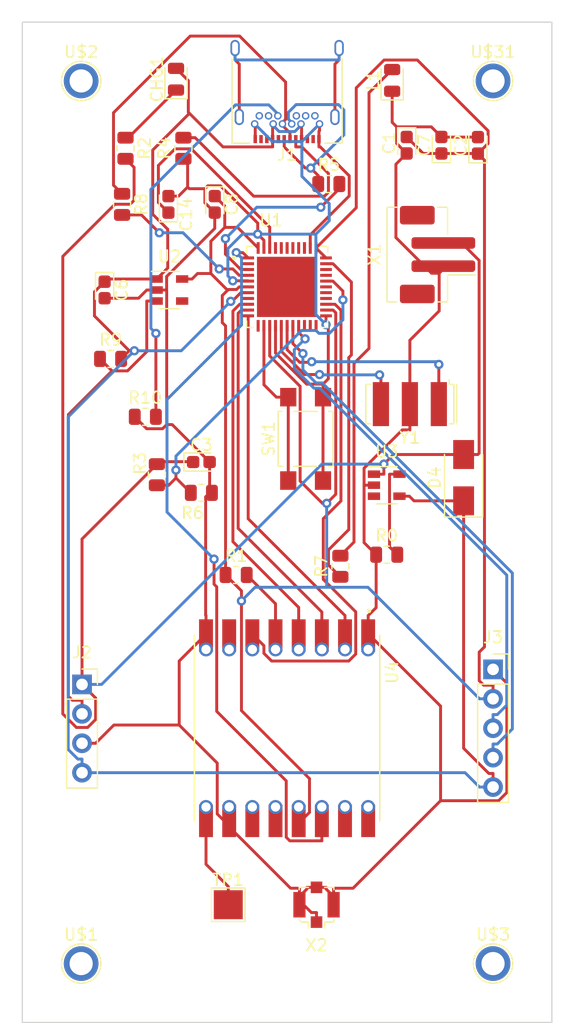
<source format=kicad_pcb>
(kicad_pcb (version 20211014) (generator pcbnew)
  (layers (0 "F.Cu" signal) (31 "B.Cu" signal) (34 "B.Paste" user) (35 "F.Paste" user) (36 "B.SilkS" user "B.Silkscreen") (37 "F.SilkS" user "F.Silkscreen") (38 "B.Mask" user) (39 "F.Mask" user) (44 "Edge.Cuts" user))
  (net 0 "")
  (net 1 "+3V3")
  (net 2 "GND")
  (net 3 "VBAT")
  (net 4 "VBUS")
  (net 5 "/AREF")
  (net 6 "Net-(CHG1-Pad1)")
  (net 7 "unconnected-(J1-PadS1)")
  (net 8 "/CC1")
  (net 9 "Net-(J1-PadA6)")
  (net 10 "Net-(J1-PadA7)")
  (net 12 "/CC2")
  (net 14 "Net-(R0-Pad2)")
  (net 15 "Net-(TP1-Pad1)")
  (net 17 "/MISO")
  (net 18 "/MOSI")
  (net 19 "/SCK")
  (net 20 "Net-(U1-Pad16)")
  (net 21 "Net-(U1-Pad17)")
  (net 22 "/SCL")
  (net 23 "/SDA")
  (net 26 "/RST")
  (net 27 "/EN")
  (net 28 "/13")
  (net 32 "/9")
  (net 37 "Net-(L1-Pad2)")
  (net 39 "/D8_CS")
  (net 41 "/D-")
  (net 42 "/D+")
  (net 44 "/DZ_IRQ")
  (net 50 "/D4_RST")
  (footprint "Connector_Coaxial:U.FL_Molex_MCRF_73412-0110_Vertical" (layer "F.Cu") (at 154.94 109.22)
    (fp_text reference "X2")
    (fp_text value "ANTENNA_U.FL")
  )
  (footprint "Capacitor_Tantalum_SMD:CP_EIA-1608-08_AVX-J" (layer "F.Cu") (at 142.155 48.7554 90)
    (fp_text reference "C14")
    (fp_text value "1 uF")
  )
  (footprint "Resistor_SMD:R_0805_2012Metric" (layer "F.Cu") (at 157 80 90)
    (fp_text reference "R7")
    (fp_text value "2.2K")
  )
  (footprint "Resistor_SMD:R_0805_2012Metric" (layer "F.Cu") (at 156 47)
    (fp_text reference "R5")
    (fp_text value "22")
  )
  (footprint "TestPoint:TestPoint_Pad_2.5x2.5mm" (layer "F.Cu") (at 147.32 109.22)
    (fp_text reference "TP1")
    (fp_text value "ANT")
  )
  (footprint "TestPoint:TestPoint_Plated_Hole_D2.0mm" (layer "F.Cu") (at 170.18 38.1)
    (fp_text reference "U$31")
    (fp_text value "MOUNTINGHOLE2.5")
  )
  (footprint "Resistor_SMD:R_0805_2012Metric" (layer "F.Cu") (at 145 73.66)
    (fp_text reference "R6")
    (fp_text value "10k")
  )
  (footprint "Resistor_SMD:R_0805_2012Metric" (layer "F.Cu") (at 161 79)
    (fp_text reference "R0")
    (fp_text value "2K")
  )
  (footprint "Capacitor_Tantalum_SMD:CP_EIA-1608-08_AVX-J" (layer "F.Cu") (at 136.645 56.145 -90)
    (fp_text reference "C6")
    (fp_text value "10 uF")
  )
  (footprint "Capacitor_Tantalum_SMD:CP_EIA-1608-08_AVX-J" (layer "F.Cu") (at 145 71)
    (fp_text reference "C3")
    (fp_text value "10 uF")
  )
  (footprint "Resistor_SMD:R_0805_2012Metric" (layer "F.Cu") (at 138.155 48.7554 -90)
    (fp_text reference "R8")
    (fp_text value "22")
  )
  (footprint "Connector_PinSocket_2.54mm:PinSocket_1x04_P2.54mm_Vertical" (layer "F.Cu") (at 134.695 90.2)
    (fp_text reference "J2")
    (fp_text value "Conn_01x04")
  )
  (footprint "Package_TO_SOT_SMD:SOT-23-5" (layer "F.Cu") (at 161 73)
    (fp_text reference "U3")
    (fp_text value "MCP73831-2-OT")
  )
  (footprint "Package_TO_SOT_SMD:SOT-23-5" (layer "F.Cu") (at 142.24 56.15)
    (fp_text reference "U2")
    (fp_text value "AP2112K-3.3")
  )
  (footprint "Connector_PinSocket_2.54mm:PinSocket_1x05_P2.54mm_Vertical" (layer "F.Cu") (at 170.18 88.9)
    (fp_text reference "J3")
    (fp_text value "Conn_01x05")
  )
  (footprint "Capacitor_Tantalum_SMD:CP_EIA-1608-08_AVX-J" (layer "F.Cu") (at 162.725 43.65 -90)
    (fp_text reference "C1")
    (fp_text value "10 uF")
  )
  (footprint "Connector_USB:USB_C_Receptacle_Amphenol_12401548E4-2A" (layer "F.Cu") (at 152.4 38.1 180)
    (fp_text reference "J1")
    (fp_text value "USB_C_Receptacle_USB2.0")
  )
  (footprint "Resistor_SMD:R_0805_2012Metric" (layer "F.Cu") (at 137.16 62.095)
    (fp_text reference "R9")
    (fp_text value "100k")
  )
  (footprint "TestPoint:TestPoint_Plated_Hole_D2.0mm" (layer "F.Cu") (at 134.62 38.1)
    (fp_text reference "U$2")
    (fp_text value "MOUNTINGHOLE2.5")
  )
  (footprint "Crystal:Resonator_SMD-3Pin_7.2x3.0mm" (layer "F.Cu") (at 163 66 180)
    (fp_text reference "Y1")
    (fp_text value "8MHz Crystal")
  )
  (footprint "Resistor_SMD:R_0805_2012Metric" (layer "F.Cu") (at 143.45 43.9109 90)
    (fp_text reference "R4")
    (fp_text value "5.1K")
  )
  (footprint "TestPoint:TestPoint_Plated_Hole_D2.0mm" (layer "F.Cu") (at 170.18 114.3)
    (fp_text reference "U$3")
    (fp_text value "MOUNTINGHOLE2.5")
  )
  (footprint "Resistor_SMD:R_0805_2012Metric" (layer "F.Cu") (at 138.45 43.9109 -90)
    (fp_text reference "R2")
    (fp_text value "1K")
  )
  (footprint "Button_Switch_SMD:SW_SPST_TL3305A" (layer "F.Cu") (at 154 69 90)
    (fp_text reference "SW1")
    (fp_text value "SPST_TACT-KMR2")
  )
  (footprint "Diode_SMD:D_0805_2012Metric" (layer "F.Cu") (at 142.81 37.95 90)
    (fp_text reference "CHG1")
    (fp_text value "Orange")
  )
  (footprint "Resistor_SMD:R_0805_2012Metric" (layer "F.Cu") (at 141.16 72.095 -90)
    (fp_text reference "R3")
    (fp_text value "10k")
  )
  (footprint "Capacitor_Tantalum_SMD:CP_EIA-1608-08_AVX-J" (layer "F.Cu") (at 168.875 43.6625 90)
    (fp_text reference "C2")
    (fp_text value "1 uF")
  )
  (footprint "Capacitor_Tantalum_SMD:CP_EIA-1608-08_AVX-J" (layer "F.Cu") (at 165.725 43.65 90)
    (fp_text reference "C7")
    (fp_text value "1 uF")
  )
  (footprint "Connector_JST:JST_PH_B2B-PH-SM4-TB_1x02-1MP_P2.00mm_Vertical" (layer "F.Cu") (at 165.39 53.09 90)
    (fp_text reference "X1")
    (fp_text value "JSTPH")
  )
  (footprint "Diode_SMD:D_SMA" (layer "F.Cu") (at 167.64 72.3521 90)
    (fp_text reference "D4")
    (fp_text value "MBR120")
  )
  (footprint "Capacitor_Tantalum_SMD:CP_EIA-1608-08_AVX-J" (layer "F.Cu") (at 146.155 48.7554 -90)
    (fp_text reference "C8")
    (fp_text value "10 uF")
  )
  (footprint "Diode_SMD:D_0805_2012Metric" (layer "F.Cu") (at 161.47 38.0525 90)
    (fp_text reference "L1")
    (fp_text value "RED")
  )
  (footprint "RF_LoRa:XCVR_RFM98W-433S2" (layer "F.Cu") (at 152.4 93.98 -90)
    (fp_text reference "U4")
    (fp_text value "RFM69HCW")
  )
  (footprint "Resistor_SMD:R_0805_2012Metric" (layer "F.Cu") (at 140.16 67.095)
    (fp_text reference "R10")
    (fp_text value "5.1K")
  )
  (footprint "TestPoint:TestPoint_Plated_Hole_D2.0mm" (layer "F.Cu") (at 134.62 114.3)
    (fp_text reference "U$1")
    (fp_text value "MOUNTINGHOLE2.5")
  )
  (footprint "Resistor_SMD:R_0805_2012Metric" (layer "F.Cu") (at 148 80.75)
    (fp_text reference "R1")
    (fp_text value "100k")
  )
  (footprint "atmega:QFN50P700X700X100-45N" (layer "F.Cu") (at 152.4 55.88)
    (fp_text reference "U1")
    (fp_text value "ATMEGA32U4-MU")
  )
  (gr_rect (start 129.54 33.02) (end 175.26 119.38) (layer "Edge.Cuts") (width 0.1) (fill none))
  (segment (start 156.3699 57.88) (end 156.6006 58.1107) (width 0.25) (layer "F.Cu") (net 1))
  (segment (start 168.875 44.375) (end 168.8625 44.3625) (width 0.25) (layer "F.Cu") (net 1))
  (segment (start 158.3697 38.6994) (end 158.3697 49.0503) (width 0.25) (layer "F.Cu") (net 1))
  (segment (start 169.4407 86.9569) (end 169.4407 44.9407) (width 0.25) (layer "F.Cu") (net 1))
  (segment (start 148.4601 92.4607) (end 154.3342 98.3348) (width 0.25) (layer "F.Cu") (net 1))
  (segment (start 154.3342 101.2459) (end 153.6001 101.98) (width 0.25) (layer "F.Cu") (net 1))
  (segment (start 168.8625 44.3625) (end 165.725 44.3625) (width 0.25) (layer "F.Cu") (net 1))
  (segment (start 148.2646 55.88) (end 148.0395 56.1051) (width 0.25) (layer "F.Cu") (net 1))
  (segment (start 145.8167 54.7248) (end 147.2626 56.1706) (width 0.25) (layer "F.Cu") (net 1))
  (segment (start 169.4407 44.9407) (end 168.875 44.375) (width 0.25) (layer "F.Cu") (net 1))
  (segment (start 168.9864 89.8792) (end 168.9864 87.4112) (width 0.25) (layer "F.Cu") (net 1))
  (segment (start 145.8167 51.9463) (end 145.8167 54.7248) (width 0.25) (layer "F.Cu") (net 1))
  (segment (start 170.18 90.2649) (end 169.3721 90.2649) (width 0.25) (layer "F.Cu") (net 1))
  (segment (start 155.4492 74.5665) (end 153.5252 72.6425) (width 0.25) (layer "F.Cu") (net 1))
  (segment (start 147.0875 59.2468) (end 147.0875 80.75) (width 0.25) (layer "F.Cu") (net 1))
  (segment (start 155.76 57.88) (end 156.3699 57.88) (width 0.25) (layer "F.Cu") (net 1))
  (segment (start 168.9864 87.4112) (end 169.4407 86.9569) (width 0.25) (layer "F.Cu") (net 1))
  (segment (start 146.155 48.0429) (end 147.019 48.9069) (width 0.25) (layer "F.Cu") (net 1))
  (segment (start 148.4601 82.1226) (end 148.4601 82.9896) (width 0.25) (layer "F.Cu") (net 1))
  (segment (start 165.725 44.3625) (end 164.15 44.3625) (width 0.25) (layer "F.Cu") (net 1))
  (segment (start 169.7543 42.4014) (end 163.647 36.2941) (width 0.25) (layer "F.Cu") (net 1))
  (segment (start 153.5252 72.6425) (end 153.5252 64.4655) (width 0.25) (layer "F.Cu") (net 1))
  (segment (start 147.019 50.744) (end 145.8167 51.9463) (width 0.25) (layer "F.Cu") (net 1))
  (segment (start 154.9 52.52) (end 155.76 53.38) (width 0.25) (layer "F.Cu") (net 1))
  (segment (start 148.4601 82.9896) (end 148.4601 92.4607) (width 0.25) (layer "F.Cu") (net 1))
  (segment (start 156.6006 73.7857) (end 155.8198 74.5665) (width 0.25) (layer "F.Cu") (net 1))
  (segment (start 146.8036 56.6296) (end 146.8036 58.9629) (width 0.25) (layer "F.Cu") (net 1))
  (segment (start 168.875 44.375) (end 169.7543 43.4957) (width 0.25) (layer "F.Cu") (net 1))
  (segment (start 149.04 55.88) (end 148.2646 55.88) (width 0.25) (layer "F.Cu") (net 1))
  (segment (start 148.124 50.744) (end 147.019 50.744) (width 0.25) (layer "F.Cu") (net 1))
  (segment (start 156.6006 58.1107) (end 156.6006 73.7857) (width 0.25) (layer "F.Cu") (net 1))
  (segment (start 144.6703 54.7248) (end 144.1951 55.2) (width 0.25) (layer "F.Cu") (net 1))
  (segment (start 145.8167 54.7248) (end 144.6703 54.7248) (width 0.25) (layer "F.Cu") (net 1))
  (segment (start 154.3342 98.3348) (end 154.3342 101.2459) (width 0.25) (layer "F.Cu") (net 1))
  (segment (start 153.6001 101.98) (end 153.4 101.98) (width 0.25) (layer "F.Cu") (net 1))
  (segment (start 169.7543 43.4957) (end 169.7543 42.4014) (width 0.25) (layer "F.Cu") (net 1))
  (segment (start 147.2626 56.1706) (end 146.8036 56.6296) (width 0.25) (layer "F.Cu") (net 1))
  (segment (start 146.8036 58.9629) (end 147.0875 59.2468) (width 0.25) (layer "F.Cu") (net 1))
  (segment (start 170.18 91.44) (end 170.18 90.2649) (width 0.25) (layer "F.Cu") (net 1))
  (segment (start 169.3721 90.2649) (end 168.9864 89.8792) (width 0.25) (layer "F.Cu") (net 1))
  (segment (start 163.647 36.2941) (end 160.775 36.2941) (width 0.25) (layer "F.Cu") (net 1))
  (segment (start 149.9 52.52) (end 148.124 50.744) (width 0.25) (layer "F.Cu") (net 1))
  (segment (start 153.5252 64.4655) (end 150.9 61.8403) (width 0.25) (layer "F.Cu") (net 1))
  (segment (start 158.3697 49.0503) (end 154.9 52.52) (width 0.25) (layer "F.Cu") (net 1))
  (segment (start 147.0875 80.75) (end 148.4601 82.1226) (width 0.25) (layer "F.Cu") (net 1))
  (segment (start 164.15 44.3625) (end 162.725 42.9375) (width 0.25) (layer "F.Cu") (net 1))
  (segment (start 150.9 61.8403) (end 150.9 59.24) (width 0.25) (layer "F.Cu") (net 1))
  (segment (start 147.019 48.9069) (end 147.019 50.744) (width 0.25) (layer "F.Cu") (net 1))
  (segment (start 160.775 36.2941) (end 158.3697 38.6994) (width 0.25) (layer "F.Cu") (net 1))
  (segment (start 155.8198 74.5665) (end 155.4492 74.5665) (width 0.25) (layer "F.Cu") (net 1))
  (segment (start 147.3281 56.1051) (end 147.2626 56.1706) (width 0.25) (layer "F.Cu") (net 1))
  (segment (start 143.34 55.2) (end 144.1951 55.2) (width 0.25) (layer "F.Cu") (net 1))
  (segment (start 148.0395 56.1051) (end 147.3281 56.1051) (width 0.25) (layer "F.Cu") (net 1))
  (via (at 148.4601 82.9896) (size 0.8) (drill 0.4) (layers "F.Cu" "B.Cu") (net 1))
  (via (at 155.8198 74.5665) (size 0.8) (drill 0.4) (layers "F.Cu" "B.Cu") (net 1))
  (segment (start 155.8198 81.8133) (end 149.6364 81.8133) (width 0.25) (layer "B.Cu") (net 1))
  (segment (start 170.18 91.44) (end 169.0049 91.44) (width 0.25) (layer "B.Cu") (net 1))
  (segment (start 149.6364 81.8133) (end 148.4601 82.9896) (width 0.25) (layer "B.Cu") (net 1))
  (segment (start 159.3782 81.8133) (end 155.8198 81.8133) (width 0.25) (layer "B.Cu") (net 1))
  (segment (start 155.8198 81.8133) (end 155.8198 74.5665) (width 0.25) (layer "B.Cu") (net 1))
  (segment (start 169.0049 91.44) (end 159.3782 81.8133) (width 0.25) (layer "B.Cu") (net 1))
  (segment (start 141.14 56.15) (end 140.2849 56.15) (width 0.25) (layer "F.Cu") (net 2))
  (segment (start 137.4446 93.7055) (end 143.0853 93.7055) (width 0.25) (layer "F.Cu") (net 2))
  (segment (start 161.47 41.672) (end 161.8622 42.0642) (width 0.25) (layer "F.Cu") (net 2))
  (segment (start 159.0449 71.5317) (end 162.3515 68.2251) (width 0.25) (layer "F.Cu") (net 2))
  (segment (start 165.6501 100.2408) (end 165.6501 92.0726) (width 0.25) (layer "F.Cu") (net 2))
  (segment (start 154.4962 109.8949) (end 154.94 109.8949) (width 0.25) (layer "F.Cu") (net 2))
  (segment (start 146.3674 101.3786) (end 147.4 102.4112) (width 0.25) (layer "F.Cu") (net 2))
  (segment (start 159.4 85.98) (end 159.4 84.2549) (width 0.25) (layer "F.Cu") (net 2))
  (segment (start 154.0841 64.2749) (end 151.4 61.5908) (width 0.25) (layer "F.Cu") (net 2))
  (segment (start 153.465 108.8637) (end 154.4962 109.8949) (width 0.25) (layer "F.Cu") (net 2))
  (segment (start 141.6485 68.125) (end 142.0065 67.767) (width 0.25) (layer "F.Cu") (net 2))
  (segment (start 165.6501 100.2408) (end 158.096 107.7949) (width 0.25) (layer "F.Cu") (net 2))
  (segment (start 147.4 102.4956) (end 152.6993 107.7949) (width 0.25) (layer "F.Cu") (net 2))
  (segment (start 161.8622 42.0642) (end 164.8517 42.0642) (width 0.25) (layer "F.Cu") (net 2))
  (segment (start 154.94 107.72) (end 155.7651 107.72) (width 0.25) (layer "F.Cu") (net 2))
  (segment (start 145.7125 73.66) (end 145.9125 73.66) (width 0.25) (layer "F.Cu") (net 2))
  (segment (start 153.465 109.22) (end 153.465 108.8637) (width 0.25) (layer "F.Cu") (net 2))
  (segment (start 157.7619 46.2882) (end 157.7619 48.0303) (width 0.25) (layer "F.Cu") (net 2))
  (segment (start 142.0008 56.15) (end 141.9951 56.15) (width 0.25) (layer "F.Cu") (net 2))
  (segment (start 163 66) (end 163 68.2251) (width 0.25) (layer "F.Cu") (net 2))
  (segment (start 154.4 51.3922) (end 154.4 52.52) (width 0.25) (layer "F.Cu") (net 2))
  (segment (start 161.8622 43.4997) (end 161.8622 42.0642) (width 0.25) (layer "F.Cu") (net 2))
  (segment (start 146.3674 96.9876) (end 146.3674 101.3786) (width 0.25) (layer "F.Cu") (net 2))
  (segment (start 134.695 95.28) (end 135.8701 95.28) (width 0.25) (layer "F.Cu") (net 2))
  (segment (start 161.7947 51.6202) (end 161.7947 45.2928) (width 0.25) (layer "F.Cu") (net 2))
  (segment (start 154.1149 107.8575) (end 154.1149 107.72) (width 0.25) (layer "F.Cu") (net 2))
  (segment (start 164.8759 54.7014) (end 161.7947 51.6202) (width 0.25) (layer "F.Cu") (net 2))
  (segment (start 142.0065 67.767) (end 142.0065 56.1557) (width 0.25) (layer "F.Cu") (net 2))
  (segment (start 146.155 50.8326) (end 142.0008 54.9868) (width 0.25) (layer "F.Cu") (net 2))
  (segment (start 147.4 101.98) (end 147.4 102.4112) (width 0.25) (layer "F.Cu") (net 2))
  (segment (start 143.0853 88.1797) (end 145.285 85.98) (width 0.25) (layer "F.Cu") (net 2))
  (segment (start 139.5774 56.8575) (end 140.2849 56.15) (width 0.25) (layer "F.Cu") (net 2))
  (segment (start 139.2475 67.095) (end 140.2775 68.125) (width 0.25) (layer "F.Cu") (net 2))
  (segment (start 143.8128 45.1862) (end 143.8128 47.2594) (width 0.25) (layer "F.Cu") (net 2))
  (segment (start 160.0875 83.5674) (end 159.4 84.2549) (width 0.25) (layer "F.Cu") (net 2))
  (segment (start 171.3695 99.5326) (end 170.6613 100.2408) (width 0.25) (layer "F.Cu") (net 2))
  (segment (start 154.94 107.72) (end 154.1149 107.72) (width 0.25) (layer "F.Cu") (net 2))
  (segment (start 159.0449 73) (end 159.0449 71.5317) (width 0.25) (layer "F.Cu") (net 2))
  (segment (start 165.6501 92.0726) (end 159.5575 85.98) (width 0.25) (layer "F.Cu") (net 2))
  (segment (start 155.2688 43.7951) (end 157.7619 46.2882) (width 0.25) (layer "F.Cu") (net 2))
  (segment (start 159.5575 85.98) (end 159.4 85.98) (width 0.25) (layer "F.Cu") (net 2))
  (segment (start 147.4 102.4112) (end 147.4 102.4956) (width 0.25) (layer "F.Cu") (net 2))
  (segment (start 141.14 56.15) (end 141.9951 56.15) (width 0.25) (layer "F.Cu") (net 2))
  (segment (start 143.0853 93.7055) (end 146.3674 96.9876) (width 0.25) (layer "F.Cu") (net 2))
  (segment (start 162.3515 68.2251) (end 163 68.2251) (width 0.25) (layer "F.Cu") (net 2))
  (segment (start 170.6613 100.2408) (end 165.6501 100.2408) (width 0.25) (layer "F.Cu") (net 2))
  (segment (start 140.2775 68.125) (end 141.6485 68.125) (width 0.25) (layer "F.Cu") (net 2))
  (segment (start 163 60.4888) (end 163 66) (width 0.25) (layer "F.Cu") (net 2))
  (segment (start 143.0293 48.0429) (end 142.155 48.0429) (width 0.25) (layer "F.Cu") (net 2))
  (segment (start 150.4 51.8606) (end 150.4 52.52) (width 0.25) (layer "F.Cu") (net 2))
  (segment (start 155.15 43.12) (end 155.15 42.4449) (width 0.25) (layer "F.Cu") (net 2))
  (segment (start 143.45 44.8234) (end 143.8128 45.1862) (width 0.25) (layer "F.Cu") (net 2))
  (segment (start 155.76 58.38) (end 155.76 59.1379) (width 0.25) (layer "F.Cu") (net 2))
  (segment (start 155.2 42.3949) (end 155.15 42.4449) (width 0.25) (layer "F.Cu") (net 2))
  (segment (start 149.65 41.86) (end 149.65 43.12) (width 0.25) (layer "F.Cu") (net 2))
  (segment (start 159.0449 77.9574) (end 159.0449 73) (width 0.25) (layer "F.Cu") (net 2))
  (segment (start 147.7107 55.3553) (end 149.0153 55.3553) (width 0.25) (layer "F.Cu") (net 2))
  (segment (start 156.415 109.22) (end 156.415 108.5074) (width 0.25) (layer "F.Cu") (net 2))
  (segment (start 145.7125 73.66) (end 145.7125 71) (width 0.25) (layer "F.Cu") (net 2))
  (segment (start 153.465 108.8637) (end 153.465 108.5074) (width 0.25) (layer "F.Cu") (net 2))
  (segment (start 149.0153 55.3553) (end 149.04 55.38) (width 0.25) (layer "F.Cu") (net 2))
  (segment (start 142.0065 56.1557) (end 142.0008 56.15) (width 0.25) (layer "F.Cu") (net 2))
  (segment (start 152.6993 107.7949) (end 153.465 107.7949) (width 0.25) (layer "F.Cu") (net 2))
  (segment (start 145.3039 47.4044) (end 143.9578 47.4044) (width 0.25) (layer "F.Cu") (net 2))
  (segment (start 151.4 61.5908) (end 151.4 59.24) (width 0.25) (layer "F.Cu") (net 2))
  (segment (start 145.285 85.98) (end 145.4 85.98) (width 0.25) (layer "F.Cu") (net 2))
  (segment (start 168.875 42.95) (end 165.7375 42.95) (width 0.25) (layer "F.Cu") (net 2))
  (segment (start 162.725 44.3625) (end 161.8622 43.4997) (width 0.25) (layer "F.Cu") (net 2))
  (segment (start 145.3039 47.4044) (end 145.3039 48.6168) (width 0.25) (layer "F.Cu") (net 2))
  (segment (start 136.645 56.8575) (end 139.5774 56.8575) (width 0.25) (layer "F.Cu") (net 2))
  (segment (start 149.8647 51.3253) (end 150.4 51.8606) (width 0.25) (layer "F.Cu") (net 2))
  (segment (start 165.89 54.3401) (end 165.5287 54.7014) (width 0.25) (layer "F.Cu") (net 2))
  (segment (start 164.8517 42.0642) (end 165.725 42.9375) (width 0.25) (layer "F.Cu") (net 2))
  (segment (start 135.8701 95.28) (end 137.4446 93.7055) (width 0.25) (layer "F.Cu") (net 2))
  (segment (start 153.465 108.5074) (end 154.1149 107.8575) (width 0.25) (layer "F.Cu") (net 2))
  (segment (start 143.9578 47.4044) (end 143.8128 47.2594) (width 0.25) (layer "F.Cu") (net 2))
  (segment (start 155.9552 63.8197) (end 155.5 64.2749) (width 0.25) (layer "F.Cu") (net 2))
  (segment (start 155.2 41.81) (end 155.2 42.3949) (width 0.25) (layer "F.Cu") (net 2))
  (segment (start 155.5 65.4) (end 155.5 64.2749) (width 0.25) (layer "F.Cu") (net 2))
  (segment (start 142.0008 54.9868) (end 142.0008 56.15) (width 0.25) (layer "F.Cu") (net 2))
  (segment (start 155.5 64.2749) (end 154.0841 64.2749) (width 0.25) (layer "F.Cu") (net 2))
  (segment (start 145.3683 74.0042) (end 145.3683 84.2232) (width 0.25) (layer "F.Cu") (net 2))
  (segment (start 155.15 43.12) (end 155.15 43.7951) (width 0.25) (layer "F.Cu") (net 2))
  (segment (start 155.9552 59.3331) (end 155.9552 63.8197) (width 0.25) (layer "F.Cu") (net 2))
  (segment (start 155.7651 107.8575) (end 155.7651 107.72) (width 0.25) (layer "F.Cu") (net 2))
  (segment (start 143.8128 47.2594) (end 143.0293 48.0429) (width 0.25) (layer "F.Cu") (net 2))
  (segment (start 161.47 38.99) (end 161.47 41.672) (width 0.25) (layer "F.Cu") (net 2))
  (segment (start 165.89 54.09) (end 165.89 54.3401) (width 0.25) (layer "F.Cu") (net 2))
  (segment (start 145.3683 84.2232) (end 145.4 84.2549) (width 0.25) (layer "F.Cu") (net 2))
  (segment (start 160.0875 79) (end 160.0875 83.5674) (width 0.25) (layer "F.Cu") (net 2))
  (segment (start 160.0875 79) (end 159.0449 77.9574) (width 0.25) (layer "F.Cu") (net 2))
  (segment (start 165.7375 42.95) (end 165.725 42.9375) (width 0.25) (layer "F.Cu") (net 2))
  (segment (start 145.5553 47.153) (end 145.3039 47.4044) (width 0.25) (layer "F.Cu") (net 2))
  (segment (start 170.18 88.9) (end 171.3695 90.0895) (width 0.25) (layer "F.Cu") (net 2))
  (segment (start 149.8647 51.3253) (end 149.8647 50.3754) (width 0.25) (layer "F.Cu") (net 2))
  (segment (start 153.465 108.5074) (end 153.465 107.7949) (width 0.25) (layer "F.Cu") (net 2))
  (segment (start 156.415 108.5074) (end 156.415 107.7949) (width 0.25) (layer "F.Cu") (net 2))
  (segment (start 159.9 73) (end 159.0449 73) (width 0.25) (layer "F.Cu") (net 2))
  (segment (start 161.7947 45.2928) (end 162.725 44.3625) (width 0.25) (layer "F.Cu") (net 2))
  (segment (start 146.6423 47.153) (end 145.5553 47.153) (width 0.25) (layer "F.Cu") (net 2))
  (segment (start 154.94 110.72) (end 154.94 109.8949) (width 0.25) (layer "F.Cu") (net 2))
  (segment (start 149.6 41.81) (end 149.65 41.86) (width 0.25) (layer "F.Cu") (net 2))
  (segment (start 171.3695 90.0895) (end 171.3695 99.5326) (width 0.25) (layer "F.Cu") (net 2))
  (segment (start 156.415 108.5074) (end 155.7651 107.8575) (width 0.25) (layer "F.Cu") (net 2))
  (segment (start 145.4 85.98) (end 145.4 84.2549) (width 0.25) (layer "F.Cu") (net 2))
  (segment (start 155.5 65.4) (end 155.5 72.6) (width 0.25) (layer "F.Cu") (net 2))
  (segment (start 142.4795 67.767) (end 145.7125 71) (width 0.25) (layer "F.Cu") (net 2))
  (segment (start 146.155 49.4679) (end 146.155 50.8326) (width 0.25) (layer "F.Cu") (net 2))
  (segment (start 165.5287 54.7014) (end 164.8759 54.7014) (width 0.25) (layer "F.Cu") (net 2))
  (segment (start 142.0065 67.767) (end 142.4795 67.767) (width 0.25) (layer "F.Cu") (net 2))
  (segment (start 157.7619 48.0303) (end 154.4 51.3922) (width 0.25) (layer "F.Cu") (net 2))
  (segment (start 145.7125 73.66) (end 145.3683 74.0042) (width 0.25) (layer "F.Cu") (net 2))
  (segment (start 143.0853 93.7055) (end 143.0853 88.1797) (width 0.25) (layer "F.Cu") (net 2))
  (segment (start 155.15 43.7951) (end 155.2688 43.7951) (width 0.25) (layer "F.Cu") (net 2))
  (segment (start 165.5287 57.9601) (end 163 60.4888) (width 0.25) (layer "F.Cu") (net 2))
  (segment (start 155.76 59.1379) (end 155.9552 59.3331) (width 0.25) (layer "F.Cu") (net 2))
  (segment (start 145.3039 48.6168) (end 146.155 49.4679) (width 0.25) (layer "F.Cu") (net 2))
  (segment (start 149.8647 50.3754) (end 146.6423 47.153) (width 0.25) (layer "F.Cu") (net 2))
  (segment (start 158.096 107.7949) (end 156.415 107.7949) (width 0.25) (layer "F.Cu") (net 2))
  (segment (start 165.5287 54.7014) (end 165.5287 57.9601) (width 0.25) (layer "F.Cu") (net 2))
  (via (at 155.76 59.1379) (size 0.8) (drill 0.4) (layers "F.Cu" "B.Cu") (net 2))
  (via (at 147.7107 55.3553) (size 0.8) (drill 0.4) (layers "F.Cu" "B.Cu") (net 2))
  (via (at 149.8647 51.3253) (size 0.8) (drill 0.4) (layers "F.Cu" "B.Cu") (net 2))
  (segment (start 153.6768 43.3332) (end 155.2 41.81) (width 0.25) (layer "B.Cu") (net 2))
  (segment (start 153.6768 43.3332) (end 151.1232 43.3332) (width 0.25) (layer "B.Cu") (net 2))
  (segment (start 153.6768 46.334) (end 153.6768 43.3332) (width 0.25) (layer "B.Cu") (net 2))
  (segment (start 156.0375 48.6947) (end 153.6768 46.334) (width 0.25) (layer "B.Cu") (net 2))
  (segment (start 156.0375 50.1748) (end 156.0375 48.6947) (width 0.25) (layer "B.Cu") (net 2))
  (segment (start 154.887 51.3253) (end 156.0375 50.1748) (width 0.25) (layer "B.Cu") (net 2))
  (segment (start 154.887 51.3253) (end 154.887 58.2649) (width 0.25) (layer "B.Cu") (net 2))
  (segment (start 151.1232 43.3332) (end 149.6 41.81) (width 0.25) (layer "B.Cu") (net 2))
  (segment (start 149.8647 51.3253) (end 148.5376 51.3253) (width 0.25) (layer "B.Cu") (net 2))
  (segment (start 148.5376 51.3253) (end 147.2887 52.5742) (width 0.25) (layer "B.Cu") (net 2))
  (segment (start 147.2887 52.5742) (end 147.2887 54.9333) (width 0.25) (layer "B.Cu") (net 2))
  (segment (start 149.8647 51.3253) (end 154.887 51.3253) (width 0.25) (layer "B.Cu") (net 2))
  (segment (start 147.2887 54.9333) (end 147.7107 55.3553) (width 0.25) (layer "B.Cu") (net 2))
  (segment (start 154.887 58.2649) (end 155.76 59.1379) (width 0.25) (layer "B.Cu") (net 2))
  (segment (start 133.0363 92.7431) (end 134.2083 93.9151) (width 0.25) (layer "F.Cu") (net 3))
  (segment (start 168.9783 53.597) (end 168.9783 70.2389) (width 0.25) (layer "F.Cu") (net 3))
  (segment (start 167.64 70.3521) (end 168.8651 70.3521) (width 0.25) (layer "F.Cu") (net 3))
  (segment (start 161.5822 70.3521) (end 160.7551 71.1792) (width 0.25) (layer "F.Cu") (net 3))
  (segment (start 139.1894 45.5628) (end 139.1894 48.4056) (width 0.25) (layer "F.Cu") (net 3))
  (segment (start 134.695 90.2) (end 134.695 77.6475) (width 0.25) (layer "F.Cu") (net 3))
  (segment (start 134.2083 93.9151) (end 135.1817 93.9151) (width 0.25) (layer "F.Cu") (net 3))
  (segment (start 135.8701 93.2267) (end 135.8701 91.3751) (width 0.25) (layer "F.Cu") (net 3))
  (segment (start 135.1817 93.9151) (end 135.8701 93.2267) (width 0.25) (layer "F.Cu") (net 3))
  (segment (start 141.3727 70.9698) (end 141.16 71.1825) (width 0.25) (layer "F.Cu") (net 3))
  (segment (start 160.7551 71.1792) (end 160.7551 72.05) (width 0.25) (layer "F.Cu") (net 3))
  (segment (start 137.5395 48.7438) (end 133.0363 53.247) (width 0.25) (layer "F.Cu") (net 3))
  (segment (start 167.4713 52.09) (end 168.9783 53.597) (width 0.25) (layer "F.Cu") (net 3))
  (segment (start 168.9783 70.2389) (end 168.8651 70.3521) (width 0.25) (layer "F.Cu") (net 3))
  (segment (start 133.0363 53.247) (end 133.0363 92.7431) (width 0.25) (layer "F.Cu") (net 3))
  (segment (start 138.8512 48.7438) (end 137.5395 48.7438) (width 0.25) (layer "F.Cu") (net 3))
  (segment (start 159.9 72.05) (end 160.7551 72.05) (width 0.25) (layer "F.Cu") (net 3))
  (segment (start 138.45 44.8234) (end 139.1894 45.5628) (width 0.25) (layer "F.Cu") (net 3))
  (segment (start 167.64 70.3521) (end 161.5822 70.3521) (width 0.25) (layer "F.Cu") (net 3))
  (segment (start 144.2875 71) (end 144.2573 70.9698) (width 0.25) (layer "F.Cu") (net 3))
  (segment (start 134.695 77.6475) (end 141.16 71.1825) (width 0.25) (layer "F.Cu") (net 3))
  (segment (start 165.89 52.09) (end 167.4713 52.09) (width 0.25) (layer "F.Cu") (net 3))
  (segment (start 135.8701 91.3751) (end 134.695 90.2) (width 0.25) (layer "F.Cu") (net 3))
  (segment (start 144.2573 70.9698) (end 141.3727 70.9698) (width 0.25) (layer "F.Cu") (net 3))
  (segment (start 139.1894 48.4056) (end 138.8512 48.7438) (width 0.25) (layer "F.Cu") (net 3))
  (via (at 160.7551 71.1792) (size 0.8) (drill 0.4) (layers "F.Cu" "B.Cu") (net 3))
  (segment (start 155.4074 71.1792) (end 160.7551 71.1792) (width 0.25) (layer "B.Cu") (net 3))
  (segment (start 136.3866 90.2) (end 155.4074 71.1792) (width 0.25) (layer "B.Cu") (net 3))
  (segment (start 134.695 90.2) (end 136.3866 90.2) (width 0.25) (layer "B.Cu") (net 3))
  (segment (start 162.1 73.95) (end 162.9551 73.95) (width 0.25) (layer "F.Cu") (net 4))
  (segment (start 167.64 95.7102) (end 169.8147 97.8849) (width 0.25) (layer "F.Cu") (net 4))
  (segment (start 167.64 74.3521) (end 167.64 95.7102) (width 0.25) (layer "F.Cu") (net 4))
  (segment (start 141.14 55.2) (end 142.095 54.245) (width 0.25) (layer "F.Cu") (net 4))
  (segment (start 142.81 37.0125) (end 143.8713 38.0738) (width 0.25) (layer "F.Cu") (net 4))
  (segment (start 147.5317 57.1285) (end 147.6527 57.1285) (width 0.25) (layer "F.Cu") (net 4))
  (segment (start 138.7736 61.3939) (end 135.7695 58.3898) (width 0.25) (layer "F.Cu") (net 4))
  (segment (start 139.212 61.3939) (end 138.7736 61.3939) (width 0.25) (layer "F.Cu") (net 4))
  (segment (start 151.15 43.12) (end 151.15 43.7951) (width 0.25) (layer "F.Cu") (net 4))
  (segment (start 147.6527 57.1285) (end 148.4012 56.38) (width 0.25) (layer "F.Cu") (net 4))
  (segment (start 153.6 41.81) (end 153.65 41.86) (width 0.25) (layer "F.Cu") (net 4))
  (segment (start 146.8671 43.7951) (end 151.15 43.7951) (width 0.25) (layer "F.Cu") (net 4))
  (segment (start 169.8147 97.8849) (end 170.18 97.8849) (width 0.25) (layer "F.Cu") (net 4))
  (segment (start 143.9687 40.8966) (end 146.8671 43.7951) (width 0.25) (layer "F.Cu") (net 4))
  (segment (start 153.65 41.86) (end 153.65 43.12) (width 0.25) (layer "F.Cu") (net 4))
  (segment (start 170.18 99.06) (end 170.18 97.8849) (width 0.25) (layer "F.Cu") (net 4))
  (segment (start 138.7736 61.3939) (end 138.0725 62.095) (width 0.25) (layer "F.Cu") (net 4))
  (segment (start 143.8713 40.7993) (end 143.9687 40.8966) (width 0.25) (layer "F.Cu") (net 4))
  (segment (start 148.4012 56.38) (end 149.04 56.38) (width 0.25) (layer "F.Cu") (net 4))
  (segment (start 135.7695 58.3898) (end 135.7695 56.308) (width 0.25) (layer "F.Cu") (net 4))
  (segment (start 167.64 74.3521) (end 163.3572 74.3521) (width 0.25) (layer "F.Cu") (net 4))
  (segment (start 142.095 54.245) (end 142.095 50.9072) (width 0.25) (layer "F.Cu") (net 4))
  (segment (start 140.8002 44.0651) (end 143.9687 40.8966) (width 0.25) (layer "F.Cu") (net 4))
  (segment (start 136.645 55.4325) (end 136.8775 55.2) (width 0.25) (layer "F.Cu") (net 4))
  (segment (start 135.7695 56.308) (end 136.645 55.4325) (width 0.25) (layer "F.Cu") (net 4))
  (segment (start 136.8775 55.2) (end 141.14 55.2) (width 0.25) (layer "F.Cu") (net 4))
  (segment (start 143.8713 38.0738) (end 143.8713 40.7993) (width 0.25) (layer "F.Cu") (net 4))
  (segment (start 151.2 41.81) (end 151.15 41.86) (width 0.25) (layer "F.Cu") (net 4))
  (segment (start 140.8002 49.6124) (end 140.8002 44.0651) (width 0.25) (layer "F.Cu") (net 4))
  (segment (start 151.15 41.86) (end 151.15 43.12) (width 0.25) (layer "F.Cu") (net 4))
  (segment (start 142.095 50.9072) (end 140.8002 49.6124) (width 0.25) (layer "F.Cu") (net 4))
  (segment (start 163.3572 74.3521) (end 162.9551 73.95) (width 0.25) (layer "F.Cu") (net 4))
  (via (at 147.5317 57.1285) (size 0.8) (drill 0.4) (layers "F.Cu" "B.Cu") (net 4))
  (via (at 139.212 61.3939) (size 0.8) (drill 0.4) (layers "F.Cu" "B.Cu") (net 4))
  (segment (start 133.5008 67.1051) (end 139.212 61.3939) (width 0.25) (layer "B.Cu") (net 4))
  (segment (start 133.5008 95.816) (end 133.5008 67.1051) (width 0.25) (layer "B.Cu") (net 4))
  (segment (start 151.7109 42.4668) (end 153.0699 42.4668) (width 0.25) (layer "B.Cu") (net 4))
  (segment (start 153.6 41.9367) (end 153.6 41.81) (width 0.25) (layer "B.Cu") (net 4))
  (segment (start 139.212 61.3939) (end 143.2663 61.3939) (width 0.25) (layer "B.Cu") (net 4))
  (segment (start 170.18 99.06) (end 169.0049 99.06) (width 0.25) (layer "B.Cu") (net 4))
  (segment (start 134.695 97.82) (end 167.7649 97.82) (width 0.25) (layer "B.Cu") (net 4))
  (segment (start 134.695 97.82) (end 134.695 96.6449) (width 0.25) (layer "B.Cu") (net 4))
  (segment (start 167.7649 97.82) (end 169.0049 99.06) (width 0.25) (layer "B.Cu") (net 4))
  (segment (start 151.2 41.9559) (end 151.7109 42.4668) (width 0.25) (layer "B.Cu") (net 4))
  (segment (start 134.3297 96.6449) (end 133.5008 95.816) (width 0.25) (layer "B.Cu") (net 4))
  (segment (start 143.2663 61.3939) (end 147.5317 57.1285) (width 0.25) (layer "B.Cu") (net 4))
  (segment (start 134.695 96.6449) (end 134.3297 96.6449) (width 0.25) (layer "B.Cu") (net 4))
  (segment (start 151.2 41.81) (end 151.2 41.9559) (width 0.25) (layer "B.Cu") (net 4))
  (segment (start 153.0699 42.4668) (end 153.6 41.9367) (width 0.25) (layer "B.Cu") (net 4))
  (segment (start 144.1329 43.9616) (end 150.9 50.7287) (width 0.25) (layer "F.Cu") (net 5))
  (segment (start 142.155 49.4679) (end 141.288 48.6009) (width 0.25) (layer "F.Cu") (net 5))
  (segment (start 141.288 45.396) (end 142.7224 43.9616) (width 0.25) (layer "F.Cu") (net 5))
  (segment (start 150.9 50.7287) (end 150.9 52.52) (width 0.25) (layer "F.Cu") (net 5))
  (segment (start 141.288 48.6009) (end 141.288 45.396) (width 0.25) (layer "F.Cu") (net 5))
  (segment (start 142.7224 43.9616) (end 144.1329 43.9616) (width 0.25) (layer "F.Cu") (net 5))
  (segment (start 142.81 38.8875) (end 138.6991 42.9984) (width 0.25) (layer "F.Cu") (net 6))
  (segment (start 138.6991 42.9984) (end 138.45 42.9984) (width 0.25) (layer "F.Cu") (net 6))
  (segment (start 156.89 36.2851) (end 156.53 36.6451) (width 0.25) (layer "F.Cu") (net 7))
  (segment (start 156.53 36.6451) (end 156.53 41.21) (width 0.25) (layer "F.Cu") (net 7))
  (segment (start 147.91 35.26) (end 147.91 36.2851) (width 0.25) (layer "F.Cu") (net 7))
  (segment (start 148.27 36.6451) (end 148.27 41.21) (width 0.25) (layer "F.Cu") (net 7))
  (segment (start 147.91 36.2851) (end 148.27 36.6451) (width 0.25) (layer "F.Cu") (net 7))
  (segment (start 156.89 35.26) (end 156.89 36.2851) (width 0.25) (layer "F.Cu") (net 7))
  (segment (start 147.91 35.26) (end 147.91 36.2851) (width 0.25) (layer "B.Cu") (net 7))
  (segment (start 156.89 35.26) (end 156.89 36.2851) (width 0.25) (layer "B.Cu") (net 7))
  (segment (start 147.91 36.2851) (end 156.89 36.2851) (width 0.25) (layer "B.Cu") (net 7))
  (segment (start 144.4641 42.9984) (end 149.5146 48.0489) (width 0.25) (layer "F.Cu") (net 8))
  (segment (start 155.9687 46.0878) (end 153.676 43.7951) (width 0.25) (layer "F.Cu") (net 8))
  (segment (start 153.15 43.12) (end 153.15 43.7951) (width 0.25) (layer "F.Cu") (net 8))
  (segment (start 149.5146 48.0489) (end 155.6249 48.0489) (width 0.25) (layer "F.Cu") (net 8))
  (segment (start 155.6249 48.0489) (end 155.9687 47.7051) (width 0.25) (layer "F.Cu") (net 8))
  (segment (start 155.9687 47.7051) (end 155.9687 46.0878) (width 0.25) (layer "F.Cu") (net 8))
  (segment (start 143.45 42.9984) (end 144.4641 42.9984) (width 0.25) (layer "F.Cu") (net 8))
  (segment (start 153.676 43.7951) (end 153.15 43.7951) (width 0.25) (layer "F.Cu") (net 8))
  (segment (start 152 41.6905) (end 152 41.81) (width 0.25) (layer "F.Cu") (net 9))
  (segment (start 152.2725 38.1973) (end 152.2725 41.418) (width 0.25) (layer "F.Cu") (net 9))
  (segment (start 152.2725 41.418) (end 152 41.6905) (width 0.25) (layer "F.Cu") (net 9))
  (segment (start 148.3014 34.2262) (end 152.2725 38.1973) (width 0.25) (layer "F.Cu") (net 9))
  (segment (start 152.65 42.5905) (end 152.65 43.12) (width 0.25) (layer "F.Cu") (net 9))
  (segment (start 137.414 40.8479) (end 144.0357 34.2262) (width 0.25) (layer "F.Cu") (net 9))
  (segment (start 152 41.81) (end 152 41.9405) (width 0.25) (layer "F.Cu") (net 9))
  (segment (start 137.414 47.1019) (end 137.414 40.8479) (width 0.25) (layer "F.Cu") (net 9))
  (segment (start 152 41.9405) (end 152.65 42.5905) (width 0.25) (layer "F.Cu") (net 9))
  (segment (start 138.155 47.8429) (end 137.414 47.1019) (width 0.25) (layer "F.Cu") (net 9))
  (segment (start 144.0357 34.2262) (end 148.3014 34.2262) (width 0.25) (layer "F.Cu") (net 9))
  (segment (start 155.0875 47) (end 155.0875 46.2718) (width 0.25) (layer "F.Cu") (net 10))
  (segment (start 154.4375 45.6218) (end 153.9767 45.6218) (width 0.25) (layer "F.Cu") (net 10))
  (segment (start 152.15 43.12) (end 152.15 43.7951) (width 0.25) (layer "F.Cu") (net 10))
  (segment (start 155.0875 46.2718) (end 154.4375 45.6218) (width 0.25) (layer "F.Cu") (net 10))
  (segment (start 153.9767 45.6218) (end 152.15 43.7951) (width 0.25) (layer "F.Cu") (net 10))
  (via (at 154.4375 45.6218) (size 0.8) (drill 0.4) (layers "F.Cu" "B.Cu") (net 10))
  (segment (start 157.3023 42.757) (end 154.4375 45.6218) (width 0.25) (layer "B.Cu") (net 10))
  (segment (start 157.3023 40.6098) (end 157.3023 42.757) (width 0.25) (layer "B.Cu") (net 10))
  (segment (start 152.5131 40.8068) (end 153.1787 40.1412) (width 0.25) (layer "B.Cu") (net 10))
  (segment (start 153.1787 40.1412) (end 156.8337 40.1412) (width 0.25) (layer "B.Cu") (net 10))
  (segment (start 152.8 41.6906) (end 152.5131 41.4037) (width 0.25) (layer "B.Cu") (net 10))
  (segment (start 152.8 41.81) (end 152.8 41.6906) (width 0.25) (layer "B.Cu") (net 10))
  (segment (start 156.8337 40.1412) (end 157.3023 40.6098) (width 0.25) (layer "B.Cu") (net 10))
  (segment (start 152.5131 41.4037) (end 152.5131 40.8068) (width 0.25) (layer "B.Cu") (net 10))
  (segment (start 141.0725 67.095) (end 141.0725 59.895) (width 0.25) (layer "F.Cu") (net 12))
  (via (at 141.0725 59.895) (size 0.8) (drill 0.4) (layers "F.Cu" "B.Cu") (net 12))
  (segment (start 151.6 41.11) (end 151.6 40.9477) (width 0.25) (layer "B.Cu") (net 12))
  (segment (start 150.8193 40.167) (end 147.9419 40.167) (width 0.25) (layer "B.Cu") (net 12))
  (segment (start 151.6 40.9477) (end 150.8193 40.167) (width 0.25) (layer "B.Cu") (net 12))
  (segment (start 147.9419 40.167) (end 140.641 47.4679) (width 0.25) (layer "B.Cu") (net 12))
  (segment (start 140.641 47.4679) (end 140.641 59.4635) (width 0.25) (layer "B.Cu") (net 12))
  (segment (start 140.641 59.4635) (end 141.0725 59.895) (width 0.25) (layer "B.Cu") (net 12))
  (segment (start 161.2449 78.3324) (end 161.9125 79) (width 0.25) (layer "F.Cu") (net 14))
  (segment (start 161.2449 72.05) (end 161.2449 78.3324) (width 0.25) (layer "F.Cu") (net 14))
  (segment (start 162.1 72.05) (end 161.2449 72.05) (width 0.25) (layer "F.Cu") (net 14))
  (segment (start 145.4 105.7249) (end 145.4 101.98) (width 0.25) (layer "F.Cu") (net 15))
  (segment (start 147.32 107.6449) (end 145.4 105.7249) (width 0.25) (layer "F.Cu") (net 15))
  (segment (start 147.32 109.22) (end 147.32 107.6449) (width 0.25) (layer "F.Cu") (net 15))
  (segment (start 157.4 85.98) (end 157.4 84.2549) (width 0.25) (layer "F.Cu") (net 17))
  (segment (start 149.04 75.8949) (end 149.04 58.38) (width 0.25) (layer "F.Cu") (net 17))
  (segment (start 157.4 84.2549) (end 149.04 75.8949) (width 0.25) (layer "F.Cu") (net 17))
  (segment (start 148.1742 76.7255) (end 155.4 83.9513) (width 0.25) (layer "F.Cu") (net 18))
  (segment (start 155.4 83.9513) (end 155.4 85.98) (width 0.25) (layer "F.Cu") (net 18))
  (segment (start 148.1742 58.1557) (end 148.1742 76.7255) (width 0.25) (layer "F.Cu") (net 18))
  (segment (start 149.04 57.88) (end 148.4499 57.88) (width 0.25) (layer "F.Cu") (net 18))
  (segment (start 148.4499 57.88) (end 148.1742 58.1557) (width 0.25) (layer "F.Cu") (net 18))
  (segment (start 147.724 77.8778) (end 153.4 83.5538) (width 0.25) (layer "F.Cu") (net 19))
  (segment (start 149.04 57.38) (end 148.3066 57.38) (width 0.25) (layer "F.Cu") (net 19))
  (segment (start 147.724 57.9626) (end 147.724 77.8778) (width 0.25) (layer "F.Cu") (net 19))
  (segment (start 153.4 83.5538) (end 153.4 85.98) (width 0.25) (layer "F.Cu") (net 19))
  (segment (start 148.3066 57.38) (end 147.724 57.9626) (width 0.25) (layer "F.Cu") (net 19))
  (segment (start 160.5 63.7749) (end 160.3817 63.6566) (width 0.25) (layer "F.Cu") (net 20))
  (segment (start 151.9 61.4372) (end 151.9 59.24) (width 0.25) (layer "F.Cu") (net 20))
  (segment (start 153.9093 63.4465) (end 151.9 61.4372) (width 0.25) (layer "F.Cu") (net 20))
  (segment (start 155.2001 63.4465) (end 153.9093 63.4465) (width 0.25) (layer "F.Cu") (net 20))
  (segment (start 160.5 66) (end 160.5 63.7749) (width 0.25) (layer "F.Cu") (net 20))
  (segment (start 160.3817 63.6566) (end 160.3817 63.4754) (width 0.25) (layer "F.Cu") (net 20))
  (via (at 160.3817 63.4754) (size 0.8) (drill 0.4) (layers "F.Cu" "B.Cu") (net 20))
  (via (at 155.2001 63.4465) (size 0.8) (drill 0.4) (layers "F.Cu" "B.Cu") (net 20))
  (segment (start 160.3817 63.4754) (end 155.229 63.4754) (width 0.25) (layer "B.Cu") (net 20))
  (segment (start 155.229 63.4754) (end 155.2001 63.4465) (width 0.25) (layer "B.Cu") (net 20))
  (segment (start 154.5266 62.3401) (end 154.4748 62.3919) (width 0.25) (layer "F.Cu") (net 21))
  (segment (start 154.4748 62.3919) (end 153.4913 62.3919) (width 0.25) (layer "F.Cu") (net 21))
  (segment (start 153.4913 62.3919) (end 152.4 61.3006) (width 0.25) (layer "F.Cu") (net 21))
  (segment (start 165.5 62.5742) (end 165.5 66) (width 0.25) (layer "F.Cu") (net 21))
  (segment (start 152.4 61.3006) (end 152.4 59.24) (width 0.25) (layer "F.Cu") (net 21))
  (via (at 154.5266 62.3401) (size 0.8) (drill 0.4) (layers "F.Cu" "B.Cu") (net 21))
  (via (at 165.5 62.5742) (size 0.8) (drill 0.4) (layers "F.Cu" "B.Cu") (net 21))
  (segment (start 165.2659 62.3401) (end 154.5266 62.3401) (width 0.25) (layer "B.Cu") (net 21))
  (segment (start 165.5 62.5742) (end 165.2659 62.3401) (width 0.25) (layer "B.Cu") (net 21))
  (segment (start 153.7645 61.6397) (end 152.9 60.7752) (width 0.25) (layer "F.Cu") (net 22))
  (segment (start 152.9 60.7752) (end 152.9 59.24) (width 0.25) (layer "F.Cu") (net 22))
  (via (at 153.7645 61.6397) (size 0.8) (drill 0.4) (layers "F.Cu" "B.Cu") (net 22))
  (segment (start 154.8998 64.1716) (end 155.4345 64.1716) (width 0.25) (layer "B.Cu") (net 22))
  (segment (start 153.7645 61.6397) (end 153.7645 63.0363) (width 0.25) (layer "B.Cu") (net 22))
  (segment (start 153.7645 63.0363) (end 154.8998 64.1716) (width 0.25) (layer "B.Cu") (net 22))
  (segment (start 171.8479 94.0442) (end 170.5472 95.3449) (width 0.25) (layer "B.Cu") (net 22))
  (segment (start 170.5472 95.3449) (end 170.18 95.3449) (width 0.25) (layer "B.Cu") (net 22))
  (segment (start 155.4345 64.1716) (end 171.8479 80.585) (width 0.25) (layer "B.Cu") (net 22))
  (segment (start 170.18 96.52) (end 170.18 95.3449) (width 0.25) (layer "B.Cu") (net 22))
  (segment (start 171.8479 80.585) (end 171.8479 94.0442) (width 0.25) (layer "B.Cu") (net 22))
  (segment (start 153.4 59.24) (end 153.4 59.8151) (width 0.25) (layer "F.Cu") (net 23))
  (segment (start 153.4 59.8151) (end 153.9522 60.3673) (width 0.25) (layer "F.Cu") (net 23))
  (via (at 153.9522 60.3673) (size 0.8) (drill 0.4) (layers "F.Cu" "B.Cu") (net 23))
  (segment (start 154.7133 64.6217) (end 155.223 64.6217) (width 0.25) (layer "B.Cu") (net 23))
  (segment (start 170.18 93.98) (end 170.18 92.8049) (width 0.25) (layer "B.Cu") (net 23))
  (segment (start 153.0182 62.9266) (end 154.7133 64.6217) (width 0.25) (layer "B.Cu") (net 23))
  (segment (start 171.3651 80.7638) (end 171.3651 91.987) (width 0.25) (layer "B.Cu") (net 23))
  (segment (start 155.223 64.6217) (end 171.3651 80.7638) (width 0.25) (layer "B.Cu") (net 23))
  (segment (start 153.9522 60.3673) (end 153.0182 61.3013) (width 0.25) (layer "B.Cu") (net 23))
  (segment (start 170.5472 92.8049) (end 170.18 92.8049) (width 0.25) (layer "B.Cu") (net 23))
  (segment (start 153.0182 61.3013) (end 153.0182 62.9266) (width 0.25) (layer "B.Cu") (net 23))
  (segment (start 171.3651 91.987) (end 170.5472 92.8049) (width 0.25) (layer "B.Cu") (net 23))
  (segment (start 152.5 65.4) (end 151.4749 65.4) (width 0.25) (layer "F.Cu") (net 26))
  (segment (start 150.4 64.3251) (end 151.4749 65.4) (width 0.25) (layer "F.Cu") (net 26))
  (segment (start 152.5 72.6) (end 152.5 65.4) (width 0.25) (layer "F.Cu") (net 26))
  (segment (start 150.4 59.24) (end 150.4 64.3251) (width 0.25) (layer "F.Cu") (net 26))
  (segment (start 133.8639 91.5649) (end 134.695 91.5649) (width 0.25) (layer "F.Cu") (net 27))
  (segment (start 133.5198 66.8973) (end 133.5198 91.2208) (width 0.25) (layer "F.Cu") (net 27))
  (segment (start 141.14 57.1) (end 140.2849 57.1) (width 0.25) (layer "F.Cu") (net 27))
  (segment (start 140.2849 61.4693) (end 140.2849 57.1) (width 0.25) (layer "F.Cu") (net 27))
  (segment (start 136.2475 62.095) (end 137.2848 63.1323) (width 0.25) (layer "F.Cu") (net 27))
  (segment (start 137.2848 63.1323) (end 133.5198 66.8973) (width 0.25) (layer "F.Cu") (net 27))
  (segment (start 134.695 92.74) (end 134.695 91.5649) (width 0.25) (layer "F.Cu") (net 27))
  (segment (start 133.5198 91.2208) (end 133.8639 91.5649) (width 0.25) (layer "F.Cu") (net 27))
  (segment (start 137.2848 63.1323) (end 138.6219 63.1323) (width 0.25) (layer "F.Cu") (net 27))
  (segment (start 138.6219 63.1323) (end 140.2849 61.4693) (width 0.25) (layer "F.Cu") (net 27))
  (segment (start 157.951 61.7575) (end 157.7258 61.9827) (width 0.25) (layer "F.Cu") (net 28))
  (segment (start 155.9739 78.5866) (end 155.9739 79.8864) (width 0.25) (layer "F.Cu") (net 28))
  (segment (start 157.7258 61.9827) (end 157.7258 76.8347) (width 0.25) (layer "F.Cu") (net 28))
  (segment (start 157.7258 76.8347) (end 155.9739 78.5866) (width 0.25) (layer "F.Cu") (net 28))
  (segment (start 157.951 55.4678) (end 157.951 61.7575) (width 0.25) (layer "F.Cu") (net 28))
  (segment (start 155.9739 79.8864) (end 157 80.9125) (width 0.25) (layer "F.Cu") (net 28))
  (segment (start 155.76 53.88) (end 156.3632 53.88) (width 0.25) (layer "F.Cu") (net 28))
  (segment (start 156.3632 53.88) (end 157.951 55.4678) (width 0.25) (layer "F.Cu") (net 28))
  (segment (start 157.2193 56.2465) (end 157.2193 57.0009) (width 0.25) (layer "F.Cu") (net 32))
  (segment (start 141.16 73.0075) (end 142.175 73.0075) (width 0.25) (layer "F.Cu") (net 32))
  (segment (start 155.76 55.38) (end 156.3528 55.38) (width 0.25) (layer "F.Cu") (net 32))
  (segment (start 142.175 73.0075) (end 142.805 72.3775) (width 0.25) (layer "F.Cu") (net 32))
  (segment (start 142.805 72.3775) (end 144.0875 73.66) (width 0.25) (layer "F.Cu") (net 32))
  (segment (start 156.3528 55.38) (end 157.2193 56.2465) (width 0.25) (layer "F.Cu") (net 32))
  (segment (start 142.805 71.6949) (end 142.805 72.3775) (width 0.25) (layer "F.Cu") (net 32))
  (via (at 157.2193 57.0009) (size 0.8) (drill 0.4) (layers "F.Cu" "B.Cu") (net 32))
  (via (at 142.805 71.6949) (size 0.8) (drill 0.4) (layers "F.Cu" "B.Cu") (net 32))
  (segment (start 154.8994 59.6422) (end 155.1481 59.8909) (width 0.25) (layer "B.Cu") (net 32))
  (segment (start 142.805 71.6949) (end 142.805 70.4867) (width 0.25) (layer "B.Cu") (net 32))
  (segment (start 157.2193 58.7216) (end 157.2193 57.0009) (width 0.25) (layer "B.Cu") (net 32))
  (segment (start 156.05 59.8909) (end 157.2193 58.7216) (width 0.25) (layer "B.Cu") (net 32))
  (segment (start 155.1481 59.8909) (end 156.05 59.8909) (width 0.25) (layer "B.Cu") (net 32))
  (segment (start 142.805 70.4867) (end 153.6495 59.6422) (width 0.25) (layer "B.Cu") (net 32))
  (segment (start 153.6495 59.6422) (end 154.8994 59.6422) (width 0.25) (layer "B.Cu") (net 32))
  (segment (start 159.4727 61.1906) (end 159.4727 39.1123) (width 0.25) (layer "F.Cu") (net 37))
  (segment (start 159.4727 39.1123) (end 161.47 37.115) (width 0.25) (layer "F.Cu") (net 37))
  (segment (start 158.176 77.9115) (end 158.176 62.4873) (width 0.25) (layer "F.Cu") (net 37))
  (segment (start 158.176 62.4873) (end 159.4727 61.1906) (width 0.25) (layer "F.Cu") (net 37))
  (segment (start 157 79.0875) (end 158.176 77.9115) (width 0.25) (layer "F.Cu") (net 37))
  (segment (start 151.4 83.2375) (end 151.4 85.98) (width 0.25) (layer "F.Cu") (net 39))
  (segment (start 148.9125 80.75) (end 151.4 83.2375) (width 0.25) (layer "F.Cu") (net 39))
  (segment (start 149.04 54.38) (end 148.4038 54.38) (width 0.25) (layer "F.Cu") (net 41))
  (segment (start 156.9125 47.4012) (end 156.9125 47) (width 0.25) (layer "F.Cu") (net 41))
  (segment (start 148.4038 54.38) (end 147.0755 53.0517) (width 0.25) (layer "F.Cu") (net 41))
  (segment (start 147.0755 53.0517) (end 147.0755 51.713) (width 0.25) (layer "F.Cu") (net 41))
  (segment (start 155.3101 49.0036) (end 156.9125 47.4012) (width 0.25) (layer "F.Cu") (net 41))
  (via (at 155.3101 49.0036) (size 0.8) (drill 0.4) (layers "F.Cu" "B.Cu") (net 41))
  (via (at 147.0755 51.713) (size 0.8) (drill 0.4) (layers "F.Cu" "B.Cu") (net 41))
  (segment (start 149.7849 49.0036) (end 147.0755 51.713) (width 0.25) (layer "B.Cu") (net 41))
  (segment (start 155.3101 49.0036) (end 149.7849 49.0036) (width 0.25) (layer "B.Cu") (net 41))
  (segment (start 138.155 49.6679) (end 139.8295 49.6679) (width 0.25) (layer "F.Cu") (net 42))
  (segment (start 147.7151 54.3305) (end 146.5419 54.3305) (width 0.25) (layer "F.Cu") (net 42))
  (segment (start 139.8295 49.6679) (end 141.3686 51.207) (width 0.25) (layer "F.Cu") (net 42))
  (segment (start 149.04 54.88) (end 148.2646 54.88) (width 0.25) (layer "F.Cu") (net 42))
  (segment (start 148.2646 54.88) (end 147.7151 54.3305) (width 0.25) (layer "F.Cu") (net 42))
  (via (at 146.5419 54.3305) (size 0.8) (drill 0.4) (layers "F.Cu" "B.Cu") (net 42))
  (via (at 141.3686 51.207) (size 0.8) (drill 0.4) (layers "F.Cu" "B.Cu") (net 42))
  (segment (start 143.4184 51.207) (end 141.3686 51.207) (width 0.25) (layer "B.Cu") (net 42))
  (segment (start 146.5419 54.3305) (end 143.4184 51.207) (width 0.25) (layer "B.Cu") (net 42))
  (segment (start 148.5833 52.9233) (end 148.0139 52.9233) (width 0.25) (layer "F.Cu") (net 44))
  (segment (start 152.6365 103.7051) (end 155.4 103.7051) (width 0.25) (layer "F.Cu") (net 44))
  (segment (start 146.3252 81.7762) (end 146.3252 92.5259) (width 0.25) (layer "F.Cu") (net 44))
  (segment (start 155.4 101.98) (end 155.4 103.7051) (width 0.25) (layer "F.Cu") (net 44))
  (segment (start 152.3252 103.3938) (end 152.6365 103.7051) (width 0.25) (layer "F.Cu") (net 44))
  (segment (start 152.3252 98.5259) (end 152.3252 103.3938) (width 0.25) (layer "F.Cu") (net 44))
  (segment (start 146.3252 92.5259) (end 152.3252 98.5259) (width 0.25) (layer "F.Cu") (net 44))
  (segment (start 146.0934 81.5444) (end 146.3252 81.7762) (width 0.25) (layer "F.Cu") (net 44))
  (segment (start 146.0934 79.382) (end 146.0934 81.5444) (width 0.25) (layer "F.Cu") (net 44))
  (segment (start 149.04 53.38) (end 148.5833 52.9233) (width 0.25) (layer "F.Cu") (net 44))
  (via (at 148.0139 52.9233) (size 0.8) (drill 0.4) (layers "F.Cu" "B.Cu") (net 44))
  (via (at 146.0934 79.382) (size 0.8) (drill 0.4) (layers "F.Cu" "B.Cu") (net 44))
  (segment (start 142.0324 65.5991) (end 148.4642 59.1673) (width 0.25) (layer "B.Cu") (net 44))
  (segment (start 148.4642 53.3736) (end 148.0139 52.9233) (width 0.25) (layer "B.Cu") (net 44))
  (segment (start 148.4642 59.1673) (end 148.4642 53.3736) (width 0.25) (layer "B.Cu") (net 44))
  (segment (start 146.0934 79.382) (end 142.0324 75.321) (width 0.25) (layer "B.Cu") (net 44))
  (segment (start 142.0324 75.321) (end 142.0324 65.5991) (width 0.25) (layer "B.Cu") (net 44))
  (segment (start 156.5349 57.38) (end 157.0507 57.8958) (width 0.25) (layer "F.Cu") (net 50))
  (segment (start 155.5237 75.8881) (end 155.5237 81.1326) (width 0.25) (layer "F.Cu") (net 50))
  (segment (start 158.3252 83.9341) (end 158.3252 87.5751) (width 0.25) (layer "F.Cu") (net 50))
  (segment (start 150.398 87.5147) (end 150.398 86.8533) (width 0.25) (layer "F.Cu") (net 50))
  (segment (start 157.0507 57.8958) (end 157.0507 74.3611) (width 0.25) (layer "F.Cu") (net 50))
  (segment (start 155.76 57.38) (end 156.5349 57.38) (width 0.25) (layer "F.Cu") (net 50))
  (segment (start 157.7197 88.1806) (end 151.0639 88.1806) (width 0.25) (layer "F.Cu") (net 50))
  (segment (start 149.5247 85.98) (end 149.4 85.98) (width 0.25) (layer "F.Cu") (net 50))
  (segment (start 155.5237 81.1326) (end 158.3252 83.9341) (width 0.25) (layer "F.Cu") (net 50))
  (segment (start 151.0639 88.1806) (end 150.398 87.5147) (width 0.25) (layer "F.Cu") (net 50))
  (segment (start 158.3252 87.5751) (end 157.7197 88.1806) (width 0.25) (layer "F.Cu") (net 50))
  (segment (start 150.398 86.8533) (end 149.5247 85.98) (width 0.25) (layer "F.Cu") (net 50))
  (segment (start 157.0507 74.3611) (end 155.5237 75.8881) (width 0.25) (layer "F.Cu") (net 50))
)
</source>
